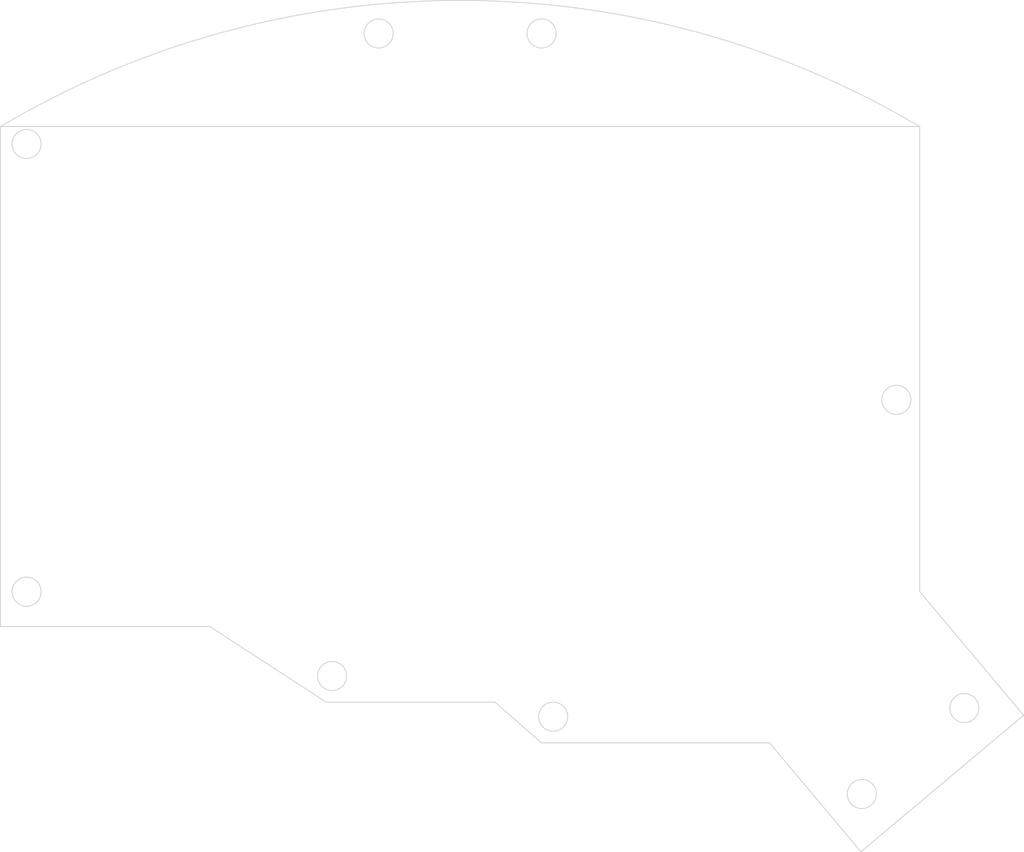
<source format=kicad_pcb>

            
(kicad_pcb (version 20171130) (host pcbnew 5.1.6)

  (page A3)
  (title_block
    (title sizing_help)
    (rev v1.0.0)
    (company Unknown)
  )

  (general
    (thickness 1.6)
  )

  (layers
    (0 F.Cu signal)
    (31 B.Cu signal)
    (32 B.Adhes user)
    (33 F.Adhes user)
    (34 B.Paste user)
    (35 F.Paste user)
    (36 B.SilkS user)
    (37 F.SilkS user)
    (38 B.Mask user)
    (39 F.Mask user)
    (40 Dwgs.User user)
    (41 Cmts.User user)
    (42 Eco1.User user)
    (43 Eco2.User user)
    (44 Edge.Cuts user)
    (45 Margin user)
    (46 B.CrtYd user)
    (47 F.CrtYd user)
    (48 B.Fab user)
    (49 F.Fab user)
  )

  (setup
    (last_trace_width 0.25)
    (trace_clearance 0.2)
    (zone_clearance 0.508)
    (zone_45_only no)
    (trace_min 0.2)
    (via_size 0.8)
    (via_drill 0.4)
    (via_min_size 0.4)
    (via_min_drill 0.3)
    (uvia_size 0.3)
    (uvia_drill 0.1)
    (uvias_allowed no)
    (uvia_min_size 0.2)
    (uvia_min_drill 0.1)
    (edge_width 0.05)
    (segment_width 0.2)
    (pcb_text_width 0.3)
    (pcb_text_size 1.5 1.5)
    (mod_edge_width 0.12)
    (mod_text_size 1 1)
    (mod_text_width 0.15)
    (pad_size 1.524 1.524)
    (pad_drill 0.762)
    (pad_to_mask_clearance 0.05)
    (aux_axis_origin 0 0)
    (visible_elements FFFFFF7F)
    (pcbplotparams
      (layerselection 0x010fc_ffffffff)
      (usegerberextensions false)
      (usegerberattributes true)
      (usegerberadvancedattributes true)
      (creategerberjobfile true)
      (excludeedgelayer true)
      (linewidth 0.100000)
      (plotframeref false)
      (viasonmask false)
      (mode 1)
      (useauxorigin false)
      (hpglpennumber 1)
      (hpglpenspeed 20)
      (hpglpendiameter 15.000000)
      (psnegative false)
      (psa4output false)
      (plotreference true)
      (plotvalue true)
      (plotinvisibletext false)
      (padsonsilk false)
      (subtractmaskfromsilk false)
      (outputformat 1)
      (mirror false)
      (drillshape 1)
      (scaleselection 1)
      (outputdirectory ""))
  )

            (net 0 "")
            
  (net_class Default "This is the default net class."
    (clearance 0.2)
    (trace_width 0.25)
    (via_dia 0.8)
    (via_drill 0.4)
    (uvia_dia 0.3)
    (uvia_drill 0.1)
    (add_net "")
  )

            
            (gr_arc (start 62 64) (end 140.9740616 -69) (angle -61.402828622957905) (layer Edge.Cuts) (width 0.15))
(gr_line (start 140.9740616 -69) (end -16.9740616 -69) (angle 90) (layer Edge.Cuts) (width 0.15))
(gr_line (start 141 -69) (end -17 -69) (angle 90) (layer Edge.Cuts) (width 0.15))
(gr_line (start -17 -69) (end -17 17) (angle 90) (layer Edge.Cuts) (width 0.15))
(gr_line (start -17 17) (end 19 17) (angle 90) (layer Edge.Cuts) (width 0.15))
(gr_line (start 19 17) (end 39 30) (angle 90) (layer Edge.Cuts) (width 0.15))
(gr_line (start 39 30) (end 68 30) (angle 90) (layer Edge.Cuts) (width 0.15))
(gr_line (start 68 30) (end 76 37) (angle 90) (layer Edge.Cuts) (width 0.15))
(gr_line (start 76 37) (end 115.18451392702273 37) (angle 90) (layer Edge.Cuts) (width 0.15))
(gr_line (start 141 10.9817787337237) (end 141 -69) (angle 90) (layer Edge.Cuts) (width 0.15))
(gr_line (start 115.18451392702273 37) (end 130.8926323 55.7202065) (angle 90) (layer Edge.Cuts) (width 0.15))
(gr_line (start 130.8926323 55.7202065) (end 158.8532544 32.2584588) (angle 90) (layer Edge.Cuts) (width 0.15))
(gr_line (start 158.8532544 32.2584588) (end 141 10.9817787337237) (angle 90) (layer Edge.Cuts) (width 0.15))
(gr_line (start -9 9) (end 9 9) (angle 90) (layer Eco1.User) (width 0.15))
(gr_line (start 9 9) (end 9 -9) (angle 90) (layer Eco1.User) (width 0.15))
(gr_line (start 9 -9) (end -9 -9) (angle 90) (layer Eco1.User) (width 0.15))
(gr_line (start -9 -9) (end -9 9) (angle 90) (layer Eco1.User) (width 0.15))
(gr_line (start -9 -10) (end 9 -10) (angle 90) (layer Eco1.User) (width 0.15))
(gr_line (start 9 -10) (end 9 -28) (angle 90) (layer Eco1.User) (width 0.15))
(gr_line (start 9 -28) (end -9 -28) (angle 90) (layer Eco1.User) (width 0.15))
(gr_line (start -9 -28) (end -9 -10) (angle 90) (layer Eco1.User) (width 0.15))
(gr_line (start -9 -29) (end 9 -29) (angle 90) (layer Eco1.User) (width 0.15))
(gr_line (start 9 -29) (end 9 -47) (angle 90) (layer Eco1.User) (width 0.15))
(gr_line (start 9 -47) (end -9 -47) (angle 90) (layer Eco1.User) (width 0.15))
(gr_line (start -9 -47) (end -9 -29) (angle 90) (layer Eco1.User) (width 0.15))
(gr_line (start -9 -48) (end 9 -48) (angle 90) (layer Eco1.User) (width 0.15))
(gr_line (start 9 -48) (end 9 -66) (angle 90) (layer Eco1.User) (width 0.15))
(gr_line (start 9 -66) (end -9 -66) (angle 90) (layer Eco1.User) (width 0.15))
(gr_line (start -9 -66) (end -9 -48) (angle 90) (layer Eco1.User) (width 0.15))
(gr_line (start 10 9) (end 28 9) (angle 90) (layer Eco1.User) (width 0.15))
(gr_line (start 28 9) (end 28 -9) (angle 90) (layer Eco1.User) (width 0.15))
(gr_line (start 28 -9) (end 10 -9) (angle 90) (layer Eco1.User) (width 0.15))
(gr_line (start 10 -9) (end 10 9) (angle 90) (layer Eco1.User) (width 0.15))
(gr_line (start 10 -10) (end 28 -10) (angle 90) (layer Eco1.User) (width 0.15))
(gr_line (start 28 -10) (end 28 -28) (angle 90) (layer Eco1.User) (width 0.15))
(gr_line (start 28 -28) (end 10 -28) (angle 90) (layer Eco1.User) (width 0.15))
(gr_line (start 10 -28) (end 10 -10) (angle 90) (layer Eco1.User) (width 0.15))
(gr_line (start 10 -29) (end 28 -29) (angle 90) (layer Eco1.User) (width 0.15))
(gr_line (start 28 -29) (end 28 -47) (angle 90) (layer Eco1.User) (width 0.15))
(gr_line (start 28 -47) (end 10 -47) (angle 90) (layer Eco1.User) (width 0.15))
(gr_line (start 10 -47) (end 10 -29) (angle 90) (layer Eco1.User) (width 0.15))
(gr_line (start 10 -48) (end 28 -48) (angle 90) (layer Eco1.User) (width 0.15))
(gr_line (start 28 -48) (end 28 -66) (angle 90) (layer Eco1.User) (width 0.15))
(gr_line (start 28 -66) (end 10 -66) (angle 90) (layer Eco1.User) (width 0.15))
(gr_line (start 10 -66) (end 10 -48) (angle 90) (layer Eco1.User) (width 0.15))
(gr_line (start 29 2) (end 47 2) (angle 90) (layer Eco1.User) (width 0.15))
(gr_line (start 47 2) (end 47 -16) (angle 90) (layer Eco1.User) (width 0.15))
(gr_line (start 47 -16) (end 29 -16) (angle 90) (layer Eco1.User) (width 0.15))
(gr_line (start 29 -16) (end 29 2) (angle 90) (layer Eco1.User) (width 0.15))
(gr_line (start 29 -17) (end 47 -17) (angle 90) (layer Eco1.User) (width 0.15))
(gr_line (start 47 -17) (end 47 -35) (angle 90) (layer Eco1.User) (width 0.15))
(gr_line (start 47 -35) (end 29 -35) (angle 90) (layer Eco1.User) (width 0.15))
(gr_line (start 29 -35) (end 29 -17) (angle 90) (layer Eco1.User) (width 0.15))
(gr_line (start 29 -36) (end 47 -36) (angle 90) (layer Eco1.User) (width 0.15))
(gr_line (start 47 -36) (end 47 -54) (angle 90) (layer Eco1.User) (width 0.15))
(gr_line (start 47 -54) (end 29 -54) (angle 90) (layer Eco1.User) (width 0.15))
(gr_line (start 29 -54) (end 29 -36) (angle 90) (layer Eco1.User) (width 0.15))
(gr_line (start 29 -55) (end 47 -55) (angle 90) (layer Eco1.User) (width 0.15))
(gr_line (start 47 -55) (end 47 -73) (angle 90) (layer Eco1.User) (width 0.15))
(gr_line (start 47 -73) (end 29 -73) (angle 90) (layer Eco1.User) (width 0.15))
(gr_line (start 29 -73) (end 29 -55) (angle 90) (layer Eco1.User) (width 0.15))
(gr_line (start 48 -5) (end 66 -5) (angle 90) (layer Eco1.User) (width 0.15))
(gr_line (start 66 -5) (end 66 -23) (angle 90) (layer Eco1.User) (width 0.15))
(gr_line (start 66 -23) (end 48 -23) (angle 90) (layer Eco1.User) (width 0.15))
(gr_line (start 48 -23) (end 48 -5) (angle 90) (layer Eco1.User) (width 0.15))
(gr_line (start 48 -24) (end 66 -24) (angle 90) (layer Eco1.User) (width 0.15))
(gr_line (start 66 -24) (end 66 -42) (angle 90) (layer Eco1.User) (width 0.15))
(gr_line (start 66 -42) (end 48 -42) (angle 90) (layer Eco1.User) (width 0.15))
(gr_line (start 48 -42) (end 48 -24) (angle 90) (layer Eco1.User) (width 0.15))
(gr_line (start 48 -43) (end 66 -43) (angle 90) (layer Eco1.User) (width 0.15))
(gr_line (start 66 -43) (end 66 -61) (angle 90) (layer Eco1.User) (width 0.15))
(gr_line (start 66 -61) (end 48 -61) (angle 90) (layer Eco1.User) (width 0.15))
(gr_line (start 48 -61) (end 48 -43) (angle 90) (layer Eco1.User) (width 0.15))
(gr_line (start 48 -62) (end 66 -62) (angle 90) (layer Eco1.User) (width 0.15))
(gr_line (start 66 -62) (end 66 -80) (angle 90) (layer Eco1.User) (width 0.15))
(gr_line (start 66 -80) (end 48 -80) (angle 90) (layer Eco1.User) (width 0.15))
(gr_line (start 48 -80) (end 48 -62) (angle 90) (layer Eco1.User) (width 0.15))
(gr_line (start 67 2) (end 85 2) (angle 90) (layer Eco1.User) (width 0.15))
(gr_line (start 85 2) (end 85 -16) (angle 90) (layer Eco1.User) (width 0.15))
(gr_line (start 85 -16) (end 67 -16) (angle 90) (layer Eco1.User) (width 0.15))
(gr_line (start 67 -16) (end 67 2) (angle 90) (layer Eco1.User) (width 0.15))
(gr_line (start 67 -17) (end 85 -17) (angle 90) (layer Eco1.User) (width 0.15))
(gr_line (start 85 -17) (end 85 -35) (angle 90) (layer Eco1.User) (width 0.15))
(gr_line (start 85 -35) (end 67 -35) (angle 90) (layer Eco1.User) (width 0.15))
(gr_line (start 67 -35) (end 67 -17) (angle 90) (layer Eco1.User) (width 0.15))
(gr_line (start 67 -36) (end 85 -36) (angle 90) (layer Eco1.User) (width 0.15))
(gr_line (start 85 -36) (end 85 -54) (angle 90) (layer Eco1.User) (width 0.15))
(gr_line (start 85 -54) (end 67 -54) (angle 90) (layer Eco1.User) (width 0.15))
(gr_line (start 67 -54) (end 67 -36) (angle 90) (layer Eco1.User) (width 0.15))
(gr_line (start 67 -55) (end 85 -55) (angle 90) (layer Eco1.User) (width 0.15))
(gr_line (start 85 -55) (end 85 -73) (angle 90) (layer Eco1.User) (width 0.15))
(gr_line (start 85 -73) (end 67 -73) (angle 90) (layer Eco1.User) (width 0.15))
(gr_line (start 67 -73) (end 67 -55) (angle 90) (layer Eco1.User) (width 0.15))
(gr_line (start 86 9) (end 104 9) (angle 90) (layer Eco1.User) (width 0.15))
(gr_line (start 104 9) (end 104 -9) (angle 90) (layer Eco1.User) (width 0.15))
(gr_line (start 104 -9) (end 86 -9) (angle 90) (layer Eco1.User) (width 0.15))
(gr_line (start 86 -9) (end 86 9) (angle 90) (layer Eco1.User) (width 0.15))
(gr_line (start 86 -10) (end 104 -10) (angle 90) (layer Eco1.User) (width 0.15))
(gr_line (start 104 -10) (end 104 -28) (angle 90) (layer Eco1.User) (width 0.15))
(gr_line (start 104 -28) (end 86 -28) (angle 90) (layer Eco1.User) (width 0.15))
(gr_line (start 86 -28) (end 86 -10) (angle 90) (layer Eco1.User) (width 0.15))
(gr_line (start 86 -29) (end 104 -29) (angle 90) (layer Eco1.User) (width 0.15))
(gr_line (start 104 -29) (end 104 -47) (angle 90) (layer Eco1.User) (width 0.15))
(gr_line (start 104 -47) (end 86 -47) (angle 90) (layer Eco1.User) (width 0.15))
(gr_line (start 86 -47) (end 86 -29) (angle 90) (layer Eco1.User) (width 0.15))
(gr_line (start 86 -48) (end 104 -48) (angle 90) (layer Eco1.User) (width 0.15))
(gr_line (start 104 -48) (end 104 -66) (angle 90) (layer Eco1.User) (width 0.15))
(gr_line (start 104 -66) (end 86 -66) (angle 90) (layer Eco1.User) (width 0.15))
(gr_line (start 86 -66) (end 86 -48) (angle 90) (layer Eco1.User) (width 0.15))
(gr_line (start 42 22) (end 60 22) (angle 90) (layer Eco1.User) (width 0.15))
(gr_line (start 60 22) (end 60 4) (angle 90) (layer Eco1.User) (width 0.15))
(gr_line (start 60 4) (end 42 4) (angle 90) (layer Eco1.User) (width 0.15))
(gr_line (start 42 4) (end 42 22) (angle 90) (layer Eco1.User) (width 0.15))
(gr_line (start 61 22) (end 79 22) (angle 90) (layer Eco1.User) (width 0.15))
(gr_line (start 79 22) (end 79 4) (angle 90) (layer Eco1.User) (width 0.15))
(gr_line (start 79 4) (end 61 4) (angle 90) (layer Eco1.User) (width 0.15))
(gr_line (start 61 4) (end 61 22) (angle 90) (layer Eco1.User) (width 0.15))
(gr_line (start 80 29) (end 98 29) (angle 90) (layer Eco1.User) (width 0.15))
(gr_line (start 98 29) (end 98 11) (angle 90) (layer Eco1.User) (width 0.15))
(gr_line (start 98 11) (end 80 11) (angle 90) (layer Eco1.User) (width 0.15))
(gr_line (start 80 11) (end 80 29) (angle 90) (layer Eco1.User) (width 0.15))
(gr_line (start 105 -6) (end 123 -6) (angle 90) (layer Eco1.User) (width 0.15))
(gr_line (start 123 -6) (end 123 -24) (angle 90) (layer Eco1.User) (width 0.15))
(gr_line (start 123 -24) (end 105 -24) (angle 90) (layer Eco1.User) (width 0.15))
(gr_line (start 105 -24) (end 105 -6) (angle 90) (layer Eco1.User) (width 0.15))
(gr_line (start 102.0396656 19.3532057) (end 118.3532057 26.9603344) (angle 90) (layer Eco1.User) (width 0.15))
(gr_line (start 118.3532057 26.9603344) (end 125.9603344 10.6467943) (angle 90) (layer Eco1.User) (width 0.15))
(gr_line (start 125.9603344 10.6467943) (end 109.6467943 3.0396655999999993) (angle 90) (layer Eco1.User) (width 0.15))
(gr_line (start 109.6467943 3.0396655999999993) (end 102.0396656 19.3532057) (angle 90) (layer Eco1.User) (width 0.15))
(gr_line (start 119.1461915 27.719829199999996) (end 130.71636850000002 41.508629199999994) (angle 90) (layer Eco1.User) (width 0.15))
(gr_line (start 130.71636850000002 41.508629199999994) (end 144.5051685 29.938452199999997) (angle 90) (layer Eco1.User) (width 0.15))
(gr_line (start 144.5051685 29.938452199999997) (end 132.9349915 16.1496522) (angle 90) (layer Eco1.User) (width 0.15))
(gr_line (start 132.9349915 16.1496522) (end 119.1461915 27.719829199999996) (angle 90) (layer Eco1.User) (width 0.15))
(gr_line (start -8.75 8.25) (end 8.75 8.25) (angle 90) (layer Eco2.User) (width 0.15))
(gr_line (start 8.75 8.25) (end 8.75 -8.25) (angle 90) (layer Eco2.User) (width 0.15))
(gr_line (start 8.75 -8.25) (end -8.75 -8.25) (angle 90) (layer Eco2.User) (width 0.15))
(gr_line (start -8.75 -8.25) (end -8.75 8.25) (angle 90) (layer Eco2.User) (width 0.15))
(gr_line (start -8.75 -10.75) (end 8.75 -10.75) (angle 90) (layer Eco2.User) (width 0.15))
(gr_line (start 8.75 -10.75) (end 8.75 -27.25) (angle 90) (layer Eco2.User) (width 0.15))
(gr_line (start 8.75 -27.25) (end -8.75 -27.25) (angle 90) (layer Eco2.User) (width 0.15))
(gr_line (start -8.75 -27.25) (end -8.75 -10.75) (angle 90) (layer Eco2.User) (width 0.15))
(gr_line (start -8.75 -29.75) (end 8.75 -29.75) (angle 90) (layer Eco2.User) (width 0.15))
(gr_line (start 8.75 -29.75) (end 8.75 -46.25) (angle 90) (layer Eco2.User) (width 0.15))
(gr_line (start 8.75 -46.25) (end -8.75 -46.25) (angle 90) (layer Eco2.User) (width 0.15))
(gr_line (start -8.75 -46.25) (end -8.75 -29.75) (angle 90) (layer Eco2.User) (width 0.15))
(gr_line (start -8.75 -48.75) (end 8.75 -48.75) (angle 90) (layer Eco2.User) (width 0.15))
(gr_line (start 8.75 -48.75) (end 8.75 -65.25) (angle 90) (layer Eco2.User) (width 0.15))
(gr_line (start 8.75 -65.25) (end -8.75 -65.25) (angle 90) (layer Eco2.User) (width 0.15))
(gr_line (start -8.75 -65.25) (end -8.75 -48.75) (angle 90) (layer Eco2.User) (width 0.15))
(gr_line (start 10.25 8.25) (end 27.75 8.25) (angle 90) (layer Eco2.User) (width 0.15))
(gr_line (start 27.75 8.25) (end 27.75 -8.25) (angle 90) (layer Eco2.User) (width 0.15))
(gr_line (start 27.75 -8.25) (end 10.25 -8.25) (angle 90) (layer Eco2.User) (width 0.15))
(gr_line (start 10.25 -8.25) (end 10.25 8.25) (angle 90) (layer Eco2.User) (width 0.15))
(gr_line (start 10.25 -10.75) (end 27.75 -10.75) (angle 90) (layer Eco2.User) (width 0.15))
(gr_line (start 27.75 -10.75) (end 27.75 -27.25) (angle 90) (layer Eco2.User) (width 0.15))
(gr_line (start 27.75 -27.25) (end 10.25 -27.25) (angle 90) (layer Eco2.User) (width 0.15))
(gr_line (start 10.25 -27.25) (end 10.25 -10.75) (angle 90) (layer Eco2.User) (width 0.15))
(gr_line (start 10.25 -29.75) (end 27.75 -29.75) (angle 90) (layer Eco2.User) (width 0.15))
(gr_line (start 27.75 -29.75) (end 27.75 -46.25) (angle 90) (layer Eco2.User) (width 0.15))
(gr_line (start 27.75 -46.25) (end 10.25 -46.25) (angle 90) (layer Eco2.User) (width 0.15))
(gr_line (start 10.25 -46.25) (end 10.25 -29.75) (angle 90) (layer Eco2.User) (width 0.15))
(gr_line (start 10.25 -48.75) (end 27.75 -48.75) (angle 90) (layer Eco2.User) (width 0.15))
(gr_line (start 27.75 -48.75) (end 27.75 -65.25) (angle 90) (layer Eco2.User) (width 0.15))
(gr_line (start 27.75 -65.25) (end 10.25 -65.25) (angle 90) (layer Eco2.User) (width 0.15))
(gr_line (start 10.25 -65.25) (end 10.25 -48.75) (angle 90) (layer Eco2.User) (width 0.15))
(gr_line (start 29.25 1.25) (end 46.75 1.25) (angle 90) (layer Eco2.User) (width 0.15))
(gr_line (start 46.75 1.25) (end 46.75 -15.25) (angle 90) (layer Eco2.User) (width 0.15))
(gr_line (start 46.75 -15.25) (end 29.25 -15.25) (angle 90) (layer Eco2.User) (width 0.15))
(gr_line (start 29.25 -15.25) (end 29.25 1.25) (angle 90) (layer Eco2.User) (width 0.15))
(gr_line (start 29.25 -17.75) (end 46.75 -17.75) (angle 90) (layer Eco2.User) (width 0.15))
(gr_line (start 46.75 -17.75) (end 46.75 -34.25) (angle 90) (layer Eco2.User) (width 0.15))
(gr_line (start 46.75 -34.25) (end 29.25 -34.25) (angle 90) (layer Eco2.User) (width 0.15))
(gr_line (start 29.25 -34.25) (end 29.25 -17.75) (angle 90) (layer Eco2.User) (width 0.15))
(gr_line (start 29.25 -36.75) (end 46.75 -36.75) (angle 90) (layer Eco2.User) (width 0.15))
(gr_line (start 46.75 -36.75) (end 46.75 -53.25) (angle 90) (layer Eco2.User) (width 0.15))
(gr_line (start 46.75 -53.25) (end 29.25 -53.25) (angle 90) (layer Eco2.User) (width 0.15))
(gr_line (start 29.25 -53.25) (end 29.25 -36.75) (angle 90) (layer Eco2.User) (width 0.15))
(gr_line (start 29.25 -55.75) (end 46.75 -55.75) (angle 90) (layer Eco2.User) (width 0.15))
(gr_line (start 46.75 -55.75) (end 46.75 -72.25) (angle 90) (layer Eco2.User) (width 0.15))
(gr_line (start 46.75 -72.25) (end 29.25 -72.25) (angle 90) (layer Eco2.User) (width 0.15))
(gr_line (start 29.25 -72.25) (end 29.25 -55.75) (angle 90) (layer Eco2.User) (width 0.15))
(gr_line (start 48.25 -5.75) (end 65.75 -5.75) (angle 90) (layer Eco2.User) (width 0.15))
(gr_line (start 65.75 -5.75) (end 65.75 -22.25) (angle 90) (layer Eco2.User) (width 0.15))
(gr_line (start 65.75 -22.25) (end 48.25 -22.25) (angle 90) (layer Eco2.User) (width 0.15))
(gr_line (start 48.25 -22.25) (end 48.25 -5.75) (angle 90) (layer Eco2.User) (width 0.15))
(gr_line (start 48.25 -24.75) (end 65.75 -24.75) (angle 90) (layer Eco2.User) (width 0.15))
(gr_line (start 65.75 -24.75) (end 65.75 -41.25) (angle 90) (layer Eco2.User) (width 0.15))
(gr_line (start 65.75 -41.25) (end 48.25 -41.25) (angle 90) (layer Eco2.User) (width 0.15))
(gr_line (start 48.25 -41.25) (end 48.25 -24.75) (angle 90) (layer Eco2.User) (width 0.15))
(gr_line (start 48.25 -43.75) (end 65.75 -43.75) (angle 90) (layer Eco2.User) (width 0.15))
(gr_line (start 65.75 -43.75) (end 65.75 -60.25) (angle 90) (layer Eco2.User) (width 0.15))
(gr_line (start 65.75 -60.25) (end 48.25 -60.25) (angle 90) (layer Eco2.User) (width 0.15))
(gr_line (start 48.25 -60.25) (end 48.25 -43.75) (angle 90) (layer Eco2.User) (width 0.15))
(gr_line (start 48.25 -62.75) (end 65.75 -62.75) (angle 90) (layer Eco2.User) (width 0.15))
(gr_line (start 65.75 -62.75) (end 65.75 -79.25) (angle 90) (layer Eco2.User) (width 0.15))
(gr_line (start 65.75 -79.25) (end 48.25 -79.25) (angle 90) (layer Eco2.User) (width 0.15))
(gr_line (start 48.25 -79.25) (end 48.25 -62.75) (angle 90) (layer Eco2.User) (width 0.15))
(gr_line (start 67.25 1.25) (end 84.75 1.25) (angle 90) (layer Eco2.User) (width 0.15))
(gr_line (start 84.75 1.25) (end 84.75 -15.25) (angle 90) (layer Eco2.User) (width 0.15))
(gr_line (start 84.75 -15.25) (end 67.25 -15.25) (angle 90) (layer Eco2.User) (width 0.15))
(gr_line (start 67.25 -15.25) (end 67.25 1.25) (angle 90) (layer Eco2.User) (width 0.15))
(gr_line (start 67.25 -17.75) (end 84.75 -17.75) (angle 90) (layer Eco2.User) (width 0.15))
(gr_line (start 84.75 -17.75) (end 84.75 -34.25) (angle 90) (layer Eco2.User) (width 0.15))
(gr_line (start 84.75 -34.25) (end 67.25 -34.25) (angle 90) (layer Eco2.User) (width 0.15))
(gr_line (start 67.25 -34.25) (end 67.25 -17.75) (angle 90) (layer Eco2.User) (width 0.15))
(gr_line (start 67.25 -36.75) (end 84.75 -36.75) (angle 90) (layer Eco2.User) (width 0.15))
(gr_line (start 84.75 -36.75) (end 84.75 -53.25) (angle 90) (layer Eco2.User) (width 0.15))
(gr_line (start 84.75 -53.25) (end 67.25 -53.25) (angle 90) (layer Eco2.User) (width 0.15))
(gr_line (start 67.25 -53.25) (end 67.25 -36.75) (angle 90) (layer Eco2.User) (width 0.15))
(gr_line (start 67.25 -55.75) (end 84.75 -55.75) (angle 90) (layer Eco2.User) (width 0.15))
(gr_line (start 84.75 -55.75) (end 84.75 -72.25) (angle 90) (layer Eco2.User) (width 0.15))
(gr_line (start 84.75 -72.25) (end 67.25 -72.25) (angle 90) (layer Eco2.User) (width 0.15))
(gr_line (start 67.25 -72.25) (end 67.25 -55.75) (angle 90) (layer Eco2.User) (width 0.15))
(gr_line (start 86.25 8.25) (end 103.75 8.25) (angle 90) (layer Eco2.User) (width 0.15))
(gr_line (start 103.75 8.25) (end 103.75 -8.25) (angle 90) (layer Eco2.User) (width 0.15))
(gr_line (start 103.75 -8.25) (end 86.25 -8.25) (angle 90) (layer Eco2.User) (width 0.15))
(gr_line (start 86.25 -8.25) (end 86.25 8.25) (angle 90) (layer Eco2.User) (width 0.15))
(gr_line (start 86.25 -10.75) (end 103.75 -10.75) (angle 90) (layer Eco2.User) (width 0.15))
(gr_line (start 103.75 -10.75) (end 103.75 -27.25) (angle 90) (layer Eco2.User) (width 0.15))
(gr_line (start 103.75 -27.25) (end 86.25 -27.25) (angle 90) (layer Eco2.User) (width 0.15))
(gr_line (start 86.25 -27.25) (end 86.25 -10.75) (angle 90) (layer Eco2.User) (width 0.15))
(gr_line (start 86.25 -29.75) (end 103.75 -29.75) (angle 90) (layer Eco2.User) (width 0.15))
(gr_line (start 103.75 -29.75) (end 103.75 -46.25) (angle 90) (layer Eco2.User) (width 0.15))
(gr_line (start 103.75 -46.25) (end 86.25 -46.25) (angle 90) (layer Eco2.User) (width 0.15))
(gr_line (start 86.25 -46.25) (end 86.25 -29.75) (angle 90) (layer Eco2.User) (width 0.15))
(gr_line (start 86.25 -48.75) (end 103.75 -48.75) (angle 90) (layer Eco2.User) (width 0.15))
(gr_line (start 103.75 -48.75) (end 103.75 -65.25) (angle 90) (layer Eco2.User) (width 0.15))
(gr_line (start 103.75 -65.25) (end 86.25 -65.25) (angle 90) (layer Eco2.User) (width 0.15))
(gr_line (start 86.25 -65.25) (end 86.25 -48.75) (angle 90) (layer Eco2.User) (width 0.15))
(gr_line (start 42.25 21.25) (end 59.75 21.25) (angle 90) (layer Eco2.User) (width 0.15))
(gr_line (start 59.75 21.25) (end 59.75 4.75) (angle 90) (layer Eco2.User) (width 0.15))
(gr_line (start 59.75 4.75) (end 42.25 4.75) (angle 90) (layer Eco2.User) (width 0.15))
(gr_line (start 42.25 4.75) (end 42.25 21.25) (angle 90) (layer Eco2.User) (width 0.15))
(gr_line (start 61.25 21.25) (end 78.75 21.25) (angle 90) (layer Eco2.User) (width 0.15))
(gr_line (start 78.75 21.25) (end 78.75 4.75) (angle 90) (layer Eco2.User) (width 0.15))
(gr_line (start 78.75 4.75) (end 61.25 4.75) (angle 90) (layer Eco2.User) (width 0.15))
(gr_line (start 61.25 4.75) (end 61.25 21.25) (angle 90) (layer Eco2.User) (width 0.15))
(gr_line (start 80.25 28.25) (end 97.75 28.25) (angle 90) (layer Eco2.User) (width 0.15))
(gr_line (start 97.75 28.25) (end 97.75 11.75) (angle 90) (layer Eco2.User) (width 0.15))
(gr_line (start 97.75 11.75) (end 80.25 11.75) (angle 90) (layer Eco2.User) (width 0.15))
(gr_line (start 80.25 11.75) (end 80.25 28.25) (angle 90) (layer Eco2.User) (width 0.15))
(gr_line (start 105.25 -6.75) (end 122.75 -6.75) (angle 90) (layer Eco2.User) (width 0.15))
(gr_line (start 122.75 -6.75) (end 122.75 -23.25) (angle 90) (layer Eco2.User) (width 0.15))
(gr_line (start 122.75 -23.25) (end 105.25 -23.25) (angle 90) (layer Eco2.User) (width 0.15))
(gr_line (start 105.25 -23.25) (end 105.25 -6.75) (angle 90) (layer Eco2.User) (width 0.15))
(gr_line (start 102.5832062 18.7791295) (end 118.4435925 26.174948999999998) (angle 90) (layer Eco2.User) (width 0.15))
(gr_line (start 118.4435925 26.174948999999998) (end 125.4167938 11.2208705) (angle 90) (layer Eco2.User) (width 0.15))
(gr_line (start 125.4167938 11.2208705) (end 109.5564075 3.825051000000002) (angle 90) (layer Eco2.User) (width 0.15))
(gr_line (start 109.5564075 3.825051000000002) (end 102.5832062 18.7791295) (angle 90) (layer Eco2.User) (width 0.15))
(gr_line (start 119.8814218 27.4292496) (end 131.1302049 40.835027399999994) (angle 90) (layer Eco2.User) (width 0.15))
(gr_line (start 131.1302049 40.835027399999994) (end 143.7699382 30.229031799999994) (angle 90) (layer Eco2.User) (width 0.15))
(gr_line (start 143.7699382 30.229031799999994) (end 132.52115510000002 16.823254) (angle 90) (layer Eco2.User) (width 0.15))
(gr_line (start 132.52115510000002 16.823254) (end 119.8814218 27.4292496) (angle 90) (layer Eco2.User) (width 0.15))
(gr_circle (center -12.5 -66) (end -10 -66) (layer Edge.Cuts) (width 0.15))
(gr_circle (center -12.5 11) (end -10 11) (layer Edge.Cuts) (width 0.15))
(gr_circle (center 40 25.5) (end 42.5 25.5) (layer Edge.Cuts) (width 0.15))
(gr_circle (center 78 32.5) (end 80.5 32.5) (layer Edge.Cuts) (width 0.15))
(gr_circle (center 131.051014 45.796753800000005) (end 133.551014 45.796753800000005) (layer Edge.Cuts) (width 0.15))
(gr_circle (center 148.6700362 31.0126387) (end 151.1700362 31.0126387) (layer Edge.Cuts) (width 0.15))
(gr_circle (center 137 -22) (end 139.5 -22) (layer Edge.Cuts) (width 0.15))
(gr_circle (center 76 -85) (end 78.5 -85) (layer Edge.Cuts) (width 0.15))
(gr_circle (center 48 -85) (end 50.5 -85) (layer Edge.Cuts) (width 0.15))
            
)

        
</source>
